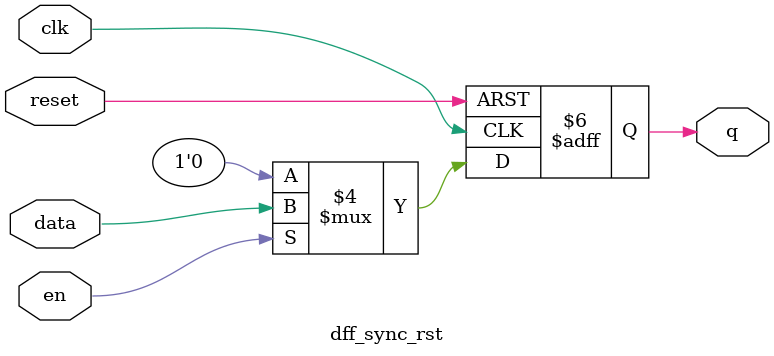
<source format=sv>
`timescale 1ns / 1ps

module dff_sync_rst # (parameter WIDTH=1) (
data  , // Data Input
clk   , // Clock Input
reset , // Reset input
en,     // Enable input 
q         // Q output
);
//-----------Input Ports---------------
input [WIDTH-1:0] data;
input clk, reset, en; 

//-----------Output Ports---------------
output reg [WIDTH-1:0] q;

//-------------Code Starts Here---------
always @ ( posedge clk or negedge reset)
if (~reset) begin
  q <= 1'b0;
end  else begin
  if (en) q <= data;
  else q <= '0;
end

endmodule //End Of Module dff_async_reset

</source>
